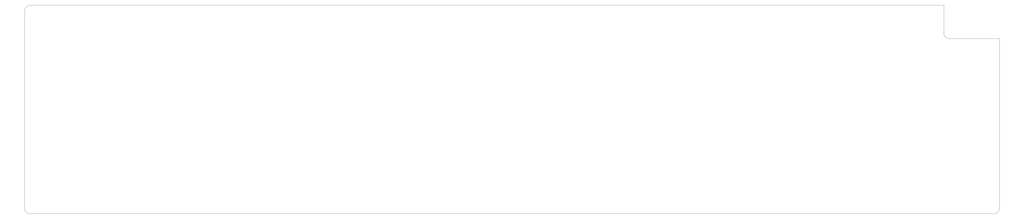
<source format=gm1>
G04*
G04 #@! TF.GenerationSoftware,Altium Limited,Altium Designer,23.9.2 (47)*
G04*
G04 Layer_Color=16711935*
%FSLAX44Y44*%
%MOMM*%
G71*
G04*
G04 #@! TF.SameCoordinates,B1C0779B-3EB0-494A-A092-0BE117C51D64*
G04*
G04*
G04 #@! TF.FilePolarity,Positive*
G04*
G01*
G75*
%ADD12C,0.1000*%
D12*
Y20000D02*
G03*
X20000Y0I20000J0D01*
G01*
Y750000D02*
G03*
X0Y730000I0J-20000D01*
G01*
X3480000Y0D02*
G03*
X3500000Y20000I0J20000D01*
G01*
X3300000Y650000D02*
G03*
X3320000Y630000I20000J0D01*
G01*
X0Y20000D02*
Y730000D01*
X20000Y750000D02*
X3300000Y750000D01*
X3500000Y630000D02*
X3500000Y20000D01*
X3320000Y630000D02*
X3500000D01*
X3300000Y650000D02*
Y750000D01*
X20000Y0D02*
X3480000D01*
M02*

</source>
